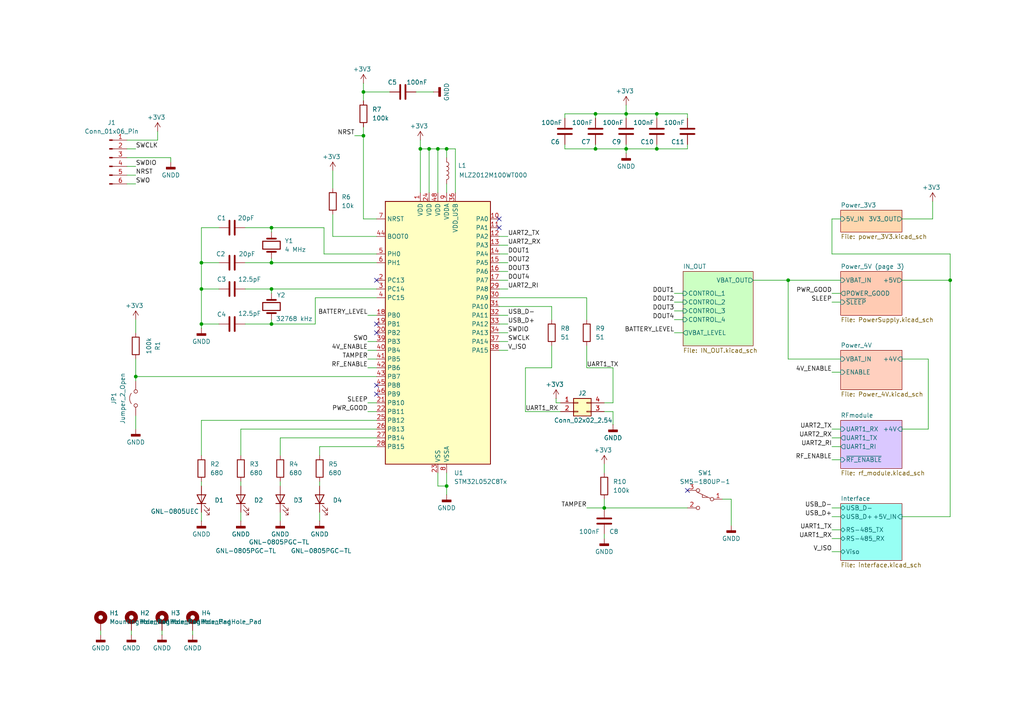
<source format=kicad_sch>
(kicad_sch (version 20250114) (generator "eeschema") (generator_version "9.0")
  (paper "A4")
  (lib_symbols
    (symbol "Connector:Conn_01x06_Pin" (pin_names (offset 1.016) (hide yes))
      (property "Reference" "J" (at 0 7.62 0))
      (property "Value" "Conn_01x06_Pin" (at 0 -10.16 0))
      (symbol "Conn_01x06_Pin_1_1"
        (rectangle (start 0.8636 5.207) (end 0 4.953) (stroke (width 0.1524)) (fill (type outline)))
        (rectangle (start 0.8636 2.667) (end 0 2.413) (stroke (width 0.1524)) (fill (type outline)))
        (rectangle (start 0.8636 0.127) (end 0 -0.127) (stroke (width 0.1524)) (fill (type outline)))
        (rectangle (start 0.8636 -2.413) (end 0 -2.667) (stroke (width 0.1524)) (fill (type outline)))
        (rectangle (start 0.8636 -4.953) (end 0 -5.207) (stroke (width 0.1524)) (fill (type outline)))
        (rectangle (start 0.8636 -7.493) (end 0 -7.747) (stroke (width 0.1524)) (fill (type outline)))
        (polyline (pts (xy 1.27 5.08) (xy 0.8636 5.08)) (stroke (width 0.1524)))
        (polyline (pts (xy 1.27 2.54) (xy 0.8636 2.54)) (stroke (width 0.1524)))
        (polyline (pts (xy 1.27 0) (xy 0.8636 0)) (stroke (width 0.1524)))
        (polyline (pts (xy 1.27 -2.54) (xy 0.8636 -2.54)) (stroke (width 0.1524)))
        (polyline (pts (xy 1.27 -5.08) (xy 0.8636 -5.08)) (stroke (width 0.1524)))
        (polyline (pts (xy 1.27 -7.62) (xy 0.8636 -7.62)) (stroke (width 0.1524)))
        (pin passive line (at 5.08 5.08 180) (length 3.81) (name "Pin_1") (number "1"))
        (pin passive line (at 5.08 2.54 180) (length 3.81) (name "Pin_2") (number "2"))
        (pin passive line (at 5.08 0 180) (length 3.81) (name "Pin_3") (number "3"))
        (pin passive line (at 5.08 -2.54 180) (length 3.81) (name "Pin_4") (number "4"))
        (pin passive line (at 5.08 -5.08 180) (length 3.81) (name "Pin_5") (number "5"))
        (pin passive line (at 5.08 -7.62 180) (length 3.81) (name "Pin_6") (number "6"))
      )
    )
    (symbol "Connector_Generic:Conn_02x02_Counter_Clockwise" (pin_names (offset 1.016) (hide yes))
      (property "Reference" "J" (at 1.27 2.54 0))
      (property "Value" "Conn_02x02_Counter_Clockwise" (at 1.27 -5.08 0))
      (symbol "Conn_02x02_Counter_Clockwise_1_1"
        (rectangle (start -1.27 1.27) (end 3.81 -3.81) (stroke (width 0.254)) (fill (type background)))
        (rectangle (start -1.27 0.127) (end 0 -0.127) (stroke (width 0.1524)))
        (rectangle (start -1.27 -2.413) (end 0 -2.667) (stroke (width 0.1524)))
        (rectangle (start 3.81 0.127) (end 2.54 -0.127) (stroke (width 0.1524)))
        (rectangle (start 3.81 -2.413) (end 2.54 -2.667) (stroke (width 0.1524)))
        (pin passive line (at -5.08 0 0) (length 3.81) (name "Pin_1") (number "1"))
        (pin passive line (at -5.08 -2.54 0) (length 3.81) (name "Pin_2") (number "2"))
        (pin passive line (at 7.62 0 180) (length 3.81) (name "Pin_4") (number "4"))
        (pin passive line (at 7.62 -2.54 180) (length 3.81) (name "Pin_3") (number "3"))
      )
    )
    (symbol "Device:C" (pin_numbers (hide yes)) (pin_names (offset 0.254))
      (property "Reference" "C" (at 0.635 2.54 0))
      (property "Value" "C" (at 0.635 -2.54 0))
      (symbol "C_0_1"
        (polyline (pts (xy -2.032 0.762) (xy 2.032 0.762)) (stroke (width 0.508)))
        (polyline (pts (xy -2.032 -0.762) (xy 2.032 -0.762)) (stroke (width 0.508)))
      )
      (symbol "C_1_1"
        (pin passive line (at 0 3.81 270) (length 2.794) (name "~") (number "1"))
        (pin passive line (at 0 -3.81 90) (length 2.794) (name "~") (number "2"))
      )
    )
    (symbol "Device:Crystal" (pin_numbers (hide yes)) (pin_names (offset 1.016) (hide yes))
      (property "Reference" "Y" (at 0 3.81 0))
      (property "Value" "Crystal" (at 0 -3.81 0))
      (symbol "Crystal_0_1"
        (polyline (pts (xy -2.54 0) (xy -1.905 0)))
        (polyline (pts (xy -1.905 -1.27) (xy -1.905 1.27)) (stroke (width 0.508)))
        (rectangle (start -1.143 2.54) (end 1.143 -2.54) (stroke (width 0.3048)))
        (polyline (pts (xy 1.905 -1.27) (xy 1.905 1.27)) (stroke (width 0.508)))
        (polyline (pts (xy 2.54 0) (xy 1.905 0)))
      )
      (symbol "Crystal_1_1"
        (pin passive line (at -3.81 0 0) (length 1.27) (name "1") (number "1"))
        (pin passive line (at 3.81 0 180) (length 1.27) (name "2") (number "2"))
      )
    )
    (symbol "Device:L" (pin_numbers (hide yes)) (pin_names (offset 1.016) (hide yes))
      (property "Reference" "L" (at -1.27 0 90))
      (property "Value" "L" (at 1.905 0 90))
      (symbol "L_0_1"
        (arc (start 0 2.54) (mid 0.6323 1.905) (end 0 1.27))
        (arc (start 0 1.27) (mid 0.6323 0.635) (end 0 0))
        (arc (start 0 0) (mid 0.6323 -0.635) (end 0 -1.27))
        (arc (start 0 -1.27) (mid 0.6323 -1.905) (end 0 -2.54))
      )
      (symbol "L_1_1"
        (pin passive line (at 0 3.81 270) (length 1.27) (name "1") (number "1"))
        (pin passive line (at 0 -3.81 90) (length 1.27) (name "2") (number "2"))
      )
    )
    (symbol "Device:LED" (pin_numbers (hide yes)) (pin_names (offset 1.016) (hide yes))
      (property "Reference" "D" (at 0 2.54 0))
      (property "Value" "LED" (at 0 -2.54 0))
      (symbol "LED_0_1"
        (polyline (pts (xy -3.048 -0.762) (xy -4.572 -2.286) (xy -3.81 -2.286) (xy -4.572 -2.286) (xy -4.572 -1.524)))
        (polyline (pts (xy -1.778 -0.762) (xy -3.302 -2.286) (xy -2.54 -2.286) (xy -3.302 -2.286) (xy -3.302 -1.524)))
        (polyline (pts (xy -1.27 0) (xy 1.27 0)))
        (polyline (pts (xy -1.27 -1.27) (xy -1.27 1.27)) (stroke (width 0.254)))
        (polyline (pts (xy 1.27 -1.27) (xy 1.27 1.27) (xy -1.27 0) (xy 1.27 -1.27)) (stroke (width 0.254)))
      )
      (symbol "LED_1_1"
        (pin passive line (at -3.81 0 0) (length 2.54) (name "K") (number "1"))
        (pin passive line (at 3.81 0 180) (length 2.54) (name "A") (number "2"))
      )
    )
    (symbol "Device:R" (pin_numbers (hide yes)) (pin_names (offset 0))
      (property "Reference" "R" (at 2.032 0 90))
      (property "Value" "R" (at 0 0 90))
      (symbol "R_0_1"
        (rectangle (start -1.016 -2.54) (end 1.016 2.54) (stroke (width 0.254)))
      )
      (symbol "R_1_1"
        (pin passive line (at 0 3.81 270) (length 1.27) (name "~") (number "1"))
        (pin passive line (at 0 -3.81 90) (length 1.27) (name "~") (number "2"))
      )
    )
    (symbol "Jumper:Jumper_2_Open" (pin_numbers (hide yes)) (pin_names (offset 0) (hide yes)) (exclude_from_sim yes)
      (property "Reference" "JP" (at 0 2.794 0))
      (property "Value" "Jumper_2_Open" (at 0 -2.286 0))
      (symbol "Jumper_2_Open_0_0"
        (circle (center -2.032 0) (radius 0.508))
        (circle (center 2.032 0) (radius 0.508))
      )
      (symbol "Jumper_2_Open_0_1"
        (arc (start -1.524 1.27) (mid 0 1.778) (end 1.524 1.27))
      )
      (symbol "Jumper_2_Open_1_1"
        (pin passive line (at -5.08 0 0) (length 2.54) (name "A") (number "1"))
        (pin passive line (at 5.08 0 180) (length 2.54) (name "B") (number "2"))
      )
    )
    (symbol "MCU_ST_STM32L0:STM32L052C8Tx"
      (property "Reference" "U" (at -15.24 39.37 0))
      (property "Value" "STM32L052C8Tx" (at 7.62 39.37 0))
      (symbol "STM32L052C8Tx_0_1"
        (rectangle (start -15.24 -38.1) (end 15.24 38.1) (stroke (width 0.254)) (fill (type background)))
      )
      (symbol "STM32L052C8Tx_1_1"
        (pin input line (at -17.78 33.02 0) (length 2.54) (name "NRST") (number "7"))
        (pin input line (at -17.78 27.94 0) (length 2.54) (name "BOOT0") (number "44"))
        (pin bidirectional line (at -17.78 22.86 0) (length 2.54) (name "PH0") (number "5"))
        (pin bidirectional line (at -17.78 20.32 0) (length 2.54) (name "PH1") (number "6"))
        (pin bidirectional line (at -17.78 15.24 0) (length 2.54) (name "PC13") (number "2"))
        (pin bidirectional line (at -17.78 12.7 0) (length 2.54) (name "PC14") (number "3"))
        (pin bidirectional line (at -17.78 10.16 0) (length 2.54) (name "PC15") (number "4"))
        (pin bidirectional line (at -17.78 5.08 0) (length 2.54) (name "PB0") (number "18"))
        (pin bidirectional line (at -17.78 2.54 0) (length 2.54) (name "PB1") (number "19"))
        (pin bidirectional line (at -17.78 0 0) (length 2.54) (name "PB2") (number "20"))
        (pin bidirectional line (at -17.78 -2.54 0) (length 2.54) (name "PB3") (number "39"))
        (pin bidirectional line (at -17.78 -5.08 0) (length 2.54) (name "PB4") (number "40"))
        (pin bidirectional line (at -17.78 -7.62 0) (length 2.54) (name "PB5") (number "41"))
        (pin bidirectional line (at -17.78 -10.16 0) (length 2.54) (name "PB6") (number "42"))
        (pin bidirectional line (at -17.78 -12.7 0) (length 2.54) (name "PB7") (number "43"))
        (pin bidirectional line (at -17.78 -15.24 0) (length 2.54) (name "PB8") (number "45"))
        (pin bidirectional line (at -17.78 -17.78 0) (length 2.54) (name "PB9") (number "46"))
        (pin bidirectional line (at -17.78 -20.32 0) (length 2.54) (name "PB10") (number "21"))
        (pin bidirectional line (at -17.78 -22.86 0) (length 2.54) (name "PB11") (number "22"))
        (pin bidirectional line (at -17.78 -25.4 0) (length 2.54) (name "PB12") (number "25"))
        (pin bidirectional line (at -17.78 -27.94 0) (length 2.54) (name "PB13") (number "26"))
        (pin bidirectional line (at -17.78 -30.48 0) (length 2.54) (name "PB14") (number "27"))
        (pin bidirectional line (at -17.78 -33.02 0) (length 2.54) (name "PB15") (number "28"))
        (pin power_in line (at -5.08 40.64 270) (length 2.54) (name "VDD") (number "1"))
        (pin power_in line (at -2.54 40.64 270) (length 2.54) (name "VDD") (number "24"))
        (pin power_in line (at 0 40.64 270) (length 2.54) (name "VDD") (number "48"))
        (pin power_in line (at 0 -40.64 90) (length 2.54) (name "VSS") (number "23"))
        (pin passive line (at 0 -40.64 90) (length 2.54) (hide yes) (name "VSS") (number "35"))
        (pin passive line (at 0 -40.64 90) (length 2.54) (hide yes) (name "VSS") (number "47"))
        (pin power_in line (at 2.54 40.64 270) (length 2.54) (name "VDDA") (number "9"))
        (pin power_in line (at 2.54 -40.64 90) (length 2.54) (name "VSSA") (number "8"))
        (pin power_in line (at 5.08 40.64 270) (length 2.54) (name "VDD_USB") (number "36"))
        (pin bidirectional line (at 17.78 33.02 180) (length 2.54) (name "PA0") (number "10"))
        (pin bidirectional line (at 17.78 30.48 180) (length 2.54) (name "PA1") (number "11"))
        (pin bidirectional line (at 17.78 27.94 180) (length 2.54) (name "PA2") (number "12"))
        (pin bidirectional line (at 17.78 25.4 180) (length 2.54) (name "PA3") (number "13"))
        (pin bidirectional line (at 17.78 22.86 180) (length 2.54) (name "PA4") (number "14"))
        (pin bidirectional line (at 17.78 20.32 180) (length 2.54) (name "PA5") (number "15"))
        (pin bidirectional line (at 17.78 17.78 180) (length 2.54) (name "PA6") (number "16"))
        (pin bidirectional line (at 17.78 15.24 180) (length 2.54) (name "PA7") (number "17"))
        (pin bidirectional line (at 17.78 12.7 180) (length 2.54) (name "PA8") (number "29"))
        (pin bidirectional line (at 17.78 10.16 180) (length 2.54) (name "PA9") (number "30"))
        (pin bidirectional line (at 17.78 7.62 180) (length 2.54) (name "PA10") (number "31"))
        (pin bidirectional line (at 17.78 5.08 180) (length 2.54) (name "PA11") (number "32"))
        (pin bidirectional line (at 17.78 2.54 180) (length 2.54) (name "PA12") (number "33"))
        (pin bidirectional line (at 17.78 0 180) (length 2.54) (name "PA13") (number "34"))
        (pin bidirectional line (at 17.78 -2.54 180) (length 2.54) (name "PA14") (number "37"))
        (pin bidirectional line (at 17.78 -5.08 180) (length 2.54) (name "PA15") (number "38"))
      )
    )
    (symbol "Mechanical:MountingHole_Pad" (pin_numbers (hide yes)) (pin_names (offset 1.016) (hide yes)) (exclude_from_sim yes) (in_bom no)
      (property "Reference" "H" (at 0 6.35 0))
      (property "Value" "MountingHole_Pad" (at 0 4.445 0))
      (symbol "MountingHole_Pad_0_1"
        (circle (center 0 1.27) (radius 1.27) (stroke (width 1.27)))
      )
      (symbol "MountingHole_Pad_1_1"
        (pin input line (at 0 -2.54 90) (length 2.54) (name "1") (number "1"))
      )
    )
    (symbol "power:+3.3V" (power) (pin_numbers (hide yes)) (pin_names (offset 0) (hide yes))
      (property "Value" "+3.3V" (at 0 3.556 0))
      (symbol "+3.3V_0_1"
        (polyline (pts (xy -0.762 1.27) (xy 0 2.54)))
        (polyline (pts (xy 0 2.54) (xy 0.762 1.27)))
        (polyline (pts (xy 0 0) (xy 0 2.54)))
      )
      (symbol "+3.3V_1_1"
        (pin power_in line (at 0 0 90) (length 0) (name "~") (number "1"))
      )
    )
    (symbol "power:GNDD" (power) (pin_numbers (hide yes)) (pin_names (offset 0) (hide yes))
      (property "Value" "GNDD" (at 0 -3.175 0))
      (symbol "GNDD_0_1"
        (rectangle (start -1.27 -1.524) (end 1.27 -2.032) (stroke (width 0.254)) (fill (type outline)))
        (polyline (pts (xy 0 0) (xy 0 -1.524)))
      )
      (symbol "GNDD_1_1"
        (pin power_in line (at 0 0 270) (length 0) (name "~") (number "1"))
      )
    )
    (symbol "symbols:SW_SPDT_XKB_SMx-xxxx-1" (pin_names (offset 0) (hide yes))
      (property "Reference" "SW" (at 0 4.318 0))
      (property "Value" "SW_SPDT_XKB_SMx-xxxx-1" (at 0 -5.588 0))
      (symbol "SW_SPDT_XKB_SMx-xxxx-1_1_1"
        (circle (center -2.032 0) (radius 0.508))
        (polyline (pts (xy -1.524 0.254) (xy 2.286 2.032)))
        (polyline (pts (xy -0.762 0.508) (xy 0.762 0.508) (xy 0.762 1.27)))
        (circle (center 2.032 2.54) (radius 0.508))
        (circle (center 2.032 -2.54) (radius 0.508))
        (pin passive line (at -5.08 0 0) (length 2.54) (name "A") (number "1"))
        (pin passive line (at 5.08 2.54 180) (length 2.54) (name "C") (number "3"))
        (pin passive line (at 5.08 -2.54 180) (length 2.54) (name "B") (number "2"))
      )
    )
  )
  (junction (at 275.59 81.28))
  (junction (at 58.42 76.2))
  (junction (at 228.6 81.28))
  (junction (at 78.74 76.2))
  (junction (at 175.26 147.32))
  (junction (at 78.74 66.04))
  (junction (at 105.41 39.37))
  (junction (at 129.54 43.18))
  (junction (at 58.42 83.82))
  (junction (at 105.41 26.67))
  (junction (at 129.54 140.97))
  (junction (at 181.61 33.02))
  (junction (at 172.72 43.18))
  (junction (at 58.42 93.98))
  (junction (at 39.37 109.22))
  (junction (at 172.72 33.02))
  (junction (at 190.5 43.18))
  (junction (at 181.61 43.18))
  (junction (at 190.5 33.02))
  (junction (at 78.74 93.98))
  (junction (at 121.92 43.18))
  (junction (at 127 43.18))
  (junction (at 124.46 43.18))
  (junction (at 78.74 83.82))
  (no_connect (at 109.22 111.76))
  (no_connect (at 144.78 63.5))
  (no_connect (at 109.22 93.98))
  (no_connect (at 109.22 114.3))
  (no_connect (at 144.78 66.04))
  (no_connect (at 199.39 142.24))
  (no_connect (at 109.22 81.28))
  (no_connect (at 109.22 96.52))
  (wire (pts (xy 195.58 90.17) (xy 198.12 90.17)))
  (wire (pts (xy 172.72 33.02) (xy 172.72 34.29)))
  (wire (pts (xy 228.6 81.28) (xy 228.6 104.14)))
  (wire (pts (xy 241.3 87.63) (xy 243.84 87.63)))
  (wire (pts (xy 129.54 43.18) (xy 127 43.18)))
  (wire (pts (xy 144.78 96.52) (xy 147.32 96.52)))
  (wire (pts (xy 172.72 41.91) (xy 172.72 43.18)))
  (wire (pts (xy 152.4 106.68) (xy 152.4 119.38)))
  (wire (pts (xy 129.54 43.18) (xy 129.54 45.72)))
  (wire (pts (xy 209.55 144.78) (xy 212.09 144.78)))
  (wire (pts (xy 71.12 83.82) (xy 78.74 83.82)))
  (wire (pts (xy 121.92 43.18) (xy 124.46 43.18)))
  (wire (pts (xy 241.3 129.54) (xy 243.84 129.54)))
  (wire (pts (xy 132.08 55.88) (xy 132.08 43.18)))
  (wire (pts (xy 58.42 76.2) (xy 63.5 76.2)))
  (wire (pts (xy 71.12 66.04) (xy 78.74 66.04)))
  (wire (pts (xy 69.85 139.7) (xy 69.85 140.97)))
  (wire (pts (xy 81.28 127) (xy 109.22 127)))
  (wire (pts (xy 121.92 40.64) (xy 121.92 43.18)))
  (wire (pts (xy 78.74 92.71) (xy 78.74 93.98)))
  (wire (pts (xy 92.71 139.7) (xy 92.71 140.97)))
  (wire (pts (xy 78.74 83.82) (xy 78.74 85.09)))
  (wire (pts (xy 58.42 66.04) (xy 58.42 76.2)))
  (wire (pts (xy 161.29 115.57) (xy 161.29 116.84)))
  (wire (pts (xy 241.3 133.35) (xy 243.84 133.35)))
  (wire (pts (xy 58.42 93.98) (xy 58.42 95.25)))
  (wire (pts (xy 105.41 26.67) (xy 105.41 29.21)))
  (wire (pts (xy 144.78 76.2) (xy 147.32 76.2)))
  (wire (pts (xy 181.61 33.02) (xy 190.5 33.02)))
  (wire (pts (xy 39.37 109.22) (xy 109.22 109.22)))
  (wire (pts (xy 241.3 73.66) (xy 275.59 73.66)))
  (wire (pts (xy 160.02 106.68) (xy 160.02 100.33)))
  (wire (pts (xy 105.41 24.13) (xy 105.41 26.67)))
  (wire (pts (xy 58.42 83.82) (xy 58.42 93.98)))
  (wire (pts (xy 175.26 147.32) (xy 199.39 147.32)))
  (wire (pts (xy 106.68 101.6) (xy 109.22 101.6)))
  (wire (pts (xy 181.61 43.18) (xy 190.5 43.18)))
  (wire (pts (xy 163.83 34.29) (xy 163.83 33.02)))
  (wire (pts (xy 195.58 85.09) (xy 198.12 85.09)))
  (wire (pts (xy 241.3 160.02) (xy 243.84 160.02)))
  (wire (pts (xy 181.61 41.91) (xy 181.61 43.18)))
  (wire (pts (xy 36.83 48.26) (xy 39.37 48.26)))
  (wire (pts (xy 55.88 182.88) (xy 55.88 184.15)))
  (wire (pts (xy 105.41 63.5) (xy 109.22 63.5)))
  (wire (pts (xy 58.42 93.98) (xy 63.5 93.98)))
  (wire (pts (xy 58.42 121.92) (xy 109.22 121.92)))
  (wire (pts (xy 109.22 106.68) (xy 106.68 106.68)))
  (wire (pts (xy 39.37 109.22) (xy 39.37 110.49)))
  (wire (pts (xy 78.74 93.98) (xy 91.44 93.98)))
  (wire (pts (xy 71.12 76.2) (xy 78.74 76.2)))
  (wire (pts (xy 144.78 99.06) (xy 147.32 99.06)))
  (wire (pts (xy 105.41 39.37) (xy 105.41 63.5)))
  (wire (pts (xy 175.26 154.94) (xy 175.26 156.21)))
  (wire (pts (xy 120.65 26.67) (xy 125.73 26.67)))
  (wire (pts (xy 39.37 92.71) (xy 39.37 96.52)))
  (wire (pts (xy 243.84 147.32) (xy 241.3 147.32)))
  (wire (pts (xy 36.83 53.34) (xy 39.37 53.34)))
  (wire (pts (xy 172.72 33.02) (xy 181.61 33.02)))
  (wire (pts (xy 261.62 104.14) (xy 269.24 104.14)))
  (wire (pts (xy 106.68 116.84) (xy 109.22 116.84)))
  (wire (pts (xy 91.44 93.98) (xy 91.44 86.36)))
  (wire (pts (xy 58.42 139.7) (xy 58.42 140.97)))
  (wire (pts (xy 71.12 93.98) (xy 78.74 93.98)))
  (wire (pts (xy 106.68 119.38) (xy 109.22 119.38)))
  (wire (pts (xy 261.62 81.28) (xy 275.59 81.28)))
  (wire (pts (xy 49.53 45.72) (xy 49.53 46.99)))
  (wire (pts (xy 160.02 88.9) (xy 144.78 88.9)))
  (wire (pts (xy 218.44 81.28) (xy 228.6 81.28)))
  (wire (pts (xy 269.24 104.14) (xy 269.24 124.46)))
  (wire (pts (xy 144.78 91.44) (xy 147.32 91.44)))
  (wire (pts (xy 58.42 132.08) (xy 58.42 121.92)))
  (wire (pts (xy 58.42 83.82) (xy 63.5 83.82)))
  (wire (pts (xy 170.18 147.32) (xy 175.26 147.32)))
  (wire (pts (xy 144.78 78.74) (xy 147.32 78.74)))
  (wire (pts (xy 96.52 49.53) (xy 96.52 54.61)))
  (wire (pts (xy 132.08 43.18) (xy 129.54 43.18)))
  (wire (pts (xy 181.61 43.18) (xy 181.61 44.45)))
  (wire (pts (xy 241.3 63.5) (xy 241.3 73.66)))
  (wire (pts (xy 29.21 182.88) (xy 29.21 184.15)))
  (wire (pts (xy 241.3 107.95) (xy 243.84 107.95)))
  (wire (pts (xy 92.71 148.59) (xy 92.71 151.13)))
  (wire (pts (xy 69.85 148.59) (xy 69.85 151.13)))
  (wire (pts (xy 243.84 127) (xy 241.3 127)))
  (wire (pts (xy 127 55.88) (xy 127 43.18)))
  (wire (pts (xy 261.62 124.46) (xy 269.24 124.46)))
  (wire (pts (xy 92.71 129.54) (xy 109.22 129.54)))
  (wire (pts (xy 243.84 104.14) (xy 228.6 104.14)))
  (wire (pts (xy 243.84 149.86) (xy 241.3 149.86)))
  (wire (pts (xy 121.92 43.18) (xy 121.92 55.88)))
  (wire (pts (xy 175.26 134.62) (xy 175.26 137.16)))
  (wire (pts (xy 261.62 63.5) (xy 270.51 63.5)))
  (wire (pts (xy 177.8 119.38) (xy 177.8 123.19)))
  (wire (pts (xy 91.44 86.36) (xy 109.22 86.36)))
  (wire (pts (xy 144.78 83.82) (xy 147.32 83.82)))
  (wire (pts (xy 243.84 63.5) (xy 241.3 63.5)))
  (wire (pts (xy 69.85 132.08) (xy 69.85 124.46)))
  (wire (pts (xy 39.37 120.65) (xy 39.37 124.46)))
  (wire (pts (xy 127 140.97) (xy 129.54 140.97)))
  (wire (pts (xy 190.5 33.02) (xy 199.39 33.02)))
  (wire (pts (xy 78.74 66.04) (xy 93.98 66.04)))
  (wire (pts (xy 228.6 81.28) (xy 243.84 81.28)))
  (wire (pts (xy 36.83 50.8) (xy 39.37 50.8)))
  (wire (pts (xy 124.46 43.18) (xy 124.46 55.88)))
  (wire (pts (xy 170.18 92.71) (xy 170.18 86.36)))
  (wire (pts (xy 163.83 33.02) (xy 172.72 33.02)))
  (wire (pts (xy 78.74 83.82) (xy 109.22 83.82)))
  (wire (pts (xy 275.59 149.86) (xy 261.62 149.86)))
  (wire (pts (xy 163.83 43.18) (xy 172.72 43.18)))
  (wire (pts (xy 152.4 119.38) (xy 162.56 119.38)))
  (wire (pts (xy 190.5 33.02) (xy 190.5 34.29)))
  (wire (pts (xy 81.28 132.08) (xy 81.28 127)))
  (wire (pts (xy 36.83 43.18) (xy 39.37 43.18)))
  (wire (pts (xy 195.58 87.63) (xy 198.12 87.63)))
  (wire (pts (xy 241.3 153.67) (xy 243.84 153.67)))
  (wire (pts (xy 199.39 34.29) (xy 199.39 33.02)))
  (wire (pts (xy 127 43.18) (xy 124.46 43.18)))
  (wire (pts (xy 181.61 33.02) (xy 181.61 34.29)))
  (wire (pts (xy 78.74 67.31) (xy 78.74 66.04)))
  (wire (pts (xy 241.3 156.21) (xy 243.84 156.21)))
  (wire (pts (xy 199.39 41.91) (xy 199.39 43.18)))
  (wire (pts (xy 195.58 96.52) (xy 198.12 96.52)))
  (wire (pts (xy 144.78 68.58) (xy 147.32 68.58)))
  (wire (pts (xy 106.68 104.14) (xy 109.22 104.14)))
  (wire (pts (xy 161.29 116.84) (xy 162.56 116.84)))
  (wire (pts (xy 243.84 124.46) (xy 241.3 124.46)))
  (wire (pts (xy 190.5 41.91) (xy 190.5 43.18)))
  (wire (pts (xy 113.03 26.67) (xy 105.41 26.67)))
  (wire (pts (xy 129.54 53.34) (xy 129.54 55.88)))
  (wire (pts (xy 144.78 73.66) (xy 147.32 73.66)))
  (wire (pts (xy 92.71 132.08) (xy 92.71 129.54)))
  (wire (pts (xy 93.98 73.66) (xy 109.22 73.66)))
  (wire (pts (xy 144.78 71.12) (xy 147.32 71.12)))
  (wire (pts (xy 144.78 86.36) (xy 170.18 86.36)))
  (wire (pts (xy 160.02 92.71) (xy 160.02 88.9)))
  (wire (pts (xy 172.72 43.18) (xy 181.61 43.18)))
  (wire (pts (xy 58.42 148.59) (xy 58.42 151.13)))
  (wire (pts (xy 36.83 45.72) (xy 49.53 45.72)))
  (wire (pts (xy 38.1 182.88) (xy 38.1 184.15)))
  (wire (pts (xy 81.28 148.59) (xy 81.28 151.13)))
  (wire (pts (xy 175.26 144.78) (xy 175.26 147.32)))
  (wire (pts (xy 93.98 66.04) (xy 93.98 73.66)))
  (wire (pts (xy 170.18 106.68) (xy 177.8 106.68)))
  (wire (pts (xy 170.18 100.33) (xy 170.18 106.68)))
  (wire (pts (xy 78.74 76.2) (xy 109.22 76.2)))
  (wire (pts (xy 109.22 68.58) (xy 96.52 68.58)))
  (wire (pts (xy 109.22 91.44) (xy 106.68 91.44)))
  (wire (pts (xy 152.4 106.68) (xy 160.02 106.68)))
  (wire (pts (xy 39.37 104.14) (xy 39.37 109.22)))
  (wire (pts (xy 109.22 99.06) (xy 106.68 99.06)))
  (wire (pts (xy 144.78 101.6) (xy 147.32 101.6)))
  (wire (pts (xy 46.99 182.88) (xy 46.99 184.15)))
  (wire (pts (xy 96.52 68.58) (xy 96.52 62.23)))
  (wire (pts (xy 177.8 116.84) (xy 175.26 116.84)))
  (wire (pts (xy 129.54 140.97) (xy 129.54 137.16)))
  (wire (pts (xy 58.42 76.2) (xy 58.42 83.82)))
  (wire (pts (xy 78.74 74.93) (xy 78.74 76.2)))
  (wire (pts (xy 241.3 85.09) (xy 243.84 85.09)))
  (wire (pts (xy 270.51 58.42) (xy 270.51 63.5)))
  (wire (pts (xy 195.58 92.71) (xy 198.12 92.71)))
  (wire (pts (xy 105.41 36.83) (xy 105.41 39.37)))
  (wire (pts (xy 144.78 81.28) (xy 147.32 81.28)))
  (wire (pts (xy 129.54 143.51) (xy 129.54 140.97)))
  (wire (pts (xy 181.61 30.48) (xy 181.61 33.02)))
  (wire (pts (xy 102.87 39.37) (xy 105.41 39.37)))
  (wire (pts (xy 275.59 73.66) (xy 275.59 81.28)))
  (wire (pts (xy 36.83 40.64) (xy 45.72 40.64)))
  (wire (pts (xy 177.8 106.68) (xy 177.8 116.84)))
  (wire (pts (xy 127 137.16) (xy 127 140.97)))
  (wire (pts (xy 63.5 66.04) (xy 58.42 66.04)))
  (wire (pts (xy 69.85 124.46) (xy 109.22 124.46)))
  (wire (pts (xy 163.83 41.91) (xy 163.83 43.18)))
  (wire (pts (xy 212.09 144.78) (xy 212.09 152.4)))
  (wire (pts (xy 144.78 93.98) (xy 147.32 93.98)))
  (wire (pts (xy 275.59 81.28) (xy 275.59 149.86)))
  (wire (pts (xy 175.26 119.38) (xy 177.8 119.38)))
  (wire (pts (xy 81.28 139.7) (xy 81.28 140.97)))
  (wire (pts (xy 45.72 40.64) (xy 45.72 38.1)))
  (wire (pts (xy 190.5 43.18) (xy 199.39 43.18)))
  (label "UART1_TX" (at 170.18 106.68 0))
  (label "DOUT1" (at 195.58 85.09 180))
  (label "DOUT3" (at 147.32 78.74 0))
  (label "SWDIO" (at 39.37 48.26 0))
  (label "DOUT4" (at 147.32 81.28 0))
  (label "UART2_RI" (at 147.32 83.82 0))
  (label "4V_ENABLE" (at 241.3 107.95 180))
  (label "USB_D+" (at 147.32 93.98 0))
  (label "SWCLK" (at 39.37 43.18 0))
  (label "USB_D-" (at 241.3 147.32 180))
  (label "SLEEP" (at 106.68 116.84 180))
  (label "TAMPER" (at 170.18 147.32 180))
  (label "UART2_TX" (at 241.3 124.46 180))
  (label "UART2_RI" (at 241.3 129.54 180))
  (label "DOUT4" (at 195.58 92.71 180))
  (label "V_ISO" (at 241.3 160.02 180))
  (label "USB_D+" (at 241.3 149.86 180))
  (label "SLEEP" (at 241.3 87.63 180))
  (label "NRST" (at 39.37 50.8 0))
  (label "UART2_RX" (at 147.32 71.12 0))
  (label "4V_ENABLE" (at 106.68 101.6 180))
  (label "SWCLK" (at 147.32 99.06 0))
  (label "V_ISO" (at 147.32 101.6 0))
  (label "USB_D-" (at 147.32 91.44 0))
  (label "UART1_RX" (at 152.4 119.38 0))
  (label "UART2_TX" (at 147.32 68.58 0))
  (label "PWR_GOOD" (at 106.68 119.38 180))
  (label "RF_ENABLE" (at 106.68 106.68 180))
  (label "RF_ENABLE" (at 241.3 133.35 180))
  (label "BATTERY_LEVEL" (at 106.68 91.44 180))
  (label "TAMPER" (at 106.68 104.14 180))
  (label "UART1_RX" (at 241.3 156.21 180))
  (label "DOUT2" (at 195.58 87.63 180))
  (label "SWDIO" (at 147.32 96.52 0))
  (label "SWO" (at 106.68 99.06 180))
  (label "DOUT2" (at 147.32 76.2 0))
  (label "PWR_GOOD" (at 241.3 85.09 180))
  (label "UART1_TX" (at 241.3 153.67 180))
  (label "SWO" (at 39.37 53.34 0))
  (label "BATTERY_LEVEL" (at 195.58 96.52 180))
  (label "UART2_RX" (at 241.3 127 180))
  (label "DOUT3" (at 195.58 90.17 180))
  (label "DOUT1" (at 147.32 73.66 0))
  (label "NRST" (at 102.87 39.37 180))
  (symbol (lib_id "power:GNDD") (at 129.54 143.51 0) (unit 1)
    (property "Reference" "#PWR018" (effects (hide yes)))
    (property "Value" "GNDD" (at 129.54 147.32 0))
    (property "Description" "Power symbol creates a global label with name \"GNDD\" , digital ground" (effects (hide yes)))
  )
  (symbol (lib_id "Device:R") (at 92.71 135.89 0) (unit 1)
    (property "Reference" "R5" (at 95.25 134.6199 0) (effects (justify left)))
    (property "Value" "680" (at 95.25 137.1599 0) (effects (justify left)))
    (property "Footprint" "Resistor_SMD:R_0805_2012Metric_Pad1.20x1.40mm_HandSolder" (effects (hide yes)))
    (property "Description" "Resistor" (effects (hide yes)))
  )
  (symbol (lib_id "power:GNDD") (at 58.42 95.25 0) (unit 1)
    (property "Reference" "#PWR09" (effects (hide yes)))
    (property "Value" "GNDD" (at 58.42 99.06 0))
    (property "Description" "Power symbol creates a global label with name \"GNDD\" , digital ground" (effects (hide yes)))
  )
  (symbol (lib_id "power:GNDD") (at 81.28 151.13 0) (unit 1)
    (property "Reference" "#PWR012" (effects (hide yes)))
    (property "Value" "GNDD" (at 81.28 154.94 0))
    (property "Description" "Power symbol creates a global label with name \"GNDD\" , digital ground" (effects (hide yes)))
  )
  (symbol (lib_id "power:GNDD") (at 46.99 184.15 0) (unit 1)
    (property "Reference" "#PWR06" (effects (hide yes)))
    (property "Value" "GNDD" (at 46.99 187.96 0))
    (property "Description" "Power symbol creates a global label with name \"GNDD\" , digital ground" (effects (hide yes)))
  )
  (symbol (lib_id "power:GNDD") (at 29.21 184.15 0) (unit 1)
    (property "Reference" "#PWR01" (effects (hide yes)))
    (property "Value" "GNDD" (at 29.21 187.96 0))
    (property "Description" "Power symbol creates a global label with name \"GNDD\" , digital ground" (effects (hide yes)))
  )
  (symbol (lib_id "Device:C") (at 172.72 38.1 180) (unit 1)
    (property "Reference" "C7" (at 169.926 41.148 0))
    (property "Value" "100nF" (at 168.91 35.56 0))
    (property "Footprint" "Capacitor_SMD:C_0805_2012Metric_Pad1.18x1.45mm_HandSolder" (effects (hide yes)))
    (property "Description" "Unpolarized capacitor" (effects (hide yes)))
  )
  (symbol (lib_id "Mechanical:MountingHole_Pad") (at 46.99 180.34 0) (unit 1) (exclude_from_sim yes) (in_bom no)
    (property "Reference" "H3" (at 49.53 177.7999 0) (effects (justify left)))
    (property "Value" "MountingHole_Pad" (at 49.53 180.3399 0) (effects (justify left)))
    (property "Footprint" "MountingHole:MountingHole_4.3mm_M4_DIN965_Pad" (effects (hide yes)))
    (property "Description" "Mounting Hole with connection" (effects (hide yes)))
  )
  (symbol (lib_id "Device:Crystal") (at 78.74 71.12 90) (unit 1)
    (property "Reference" "Y1" (at 82.55 69.8499 90) (effects (justify right)))
    (property "Value" "4 MHz" (at 82.55 72.3899 90) (effects (justify right)))
    (property "Footprint" "Crystal:Crystal_HC49-4H_Vertical" (effects (hide yes)))
    (property "Description" "Two pin crystal" (effects (hide yes)))
  )
  (symbol (lib_id "power:+3.3V") (at 105.41 24.13 0) (unit 1)
    (property "Reference" "#PWR015" (effects (hide yes)))
    (property "Value" "+3V3" (at 102.362 20.066 0) (effects (justify left)))
    (property "Description" "Power symbol creates a global label with name \"+3.3V\"" (effects (hide yes)))
  )
  (symbol (lib_id "power:+3.3V") (at 181.61 30.48 0) (unit 1)
    (property "Reference" "#PWR023" (effects (hide yes)))
    (property "Value" "+3V3" (at 178.562 26.416 0) (effects (justify left)))
    (property "Description" "Power symbol creates a global label with name \"+3.3V\"" (effects (hide yes)))
  )
  (symbol (lib_id "Device:R") (at 96.52 58.42 0) (unit 1)
    (property "Reference" "R6" (at 99.06 57.1499 0) (effects (justify left)))
    (property "Value" "10k" (at 99.06 59.6899 0) (effects (justify left)))
    (property "Footprint" "Resistor_SMD:R_0805_2012Metric_Pad1.20x1.40mm_HandSolder" (effects (hide yes)))
    (property "Description" "Resistor" (effects (hide yes)))
  )
  (symbol (lib_id "power:GNDD") (at 125.73 26.67 90) (unit 1)
    (property "Reference" "#PWR017" (effects (hide yes)))
    (property "Value" "GNDD" (at 129.54 26.67 0))
    (property "Description" "Power symbol creates a global label with name \"GNDD\" , digital ground" (effects (hide yes)))
  )
  (symbol (lib_id "Device:LED") (at 92.71 144.78 90) (unit 1)
    (property "Reference" "D4" (at 96.52 145.0974 90) (effects (justify right)))
    (property "Value" "GNL-0805PGC-TL" (at 84.328 159.766 90) (effects (justify right)))
    (property "Footprint" "LED_SMD:LED_0805_2012Metric_Pad1.15x1.40mm_HandSolder" (effects (hide yes)))
    (property "Description" "Light emitting diode" (effects (hide yes)))
    (property "Sim.Pins" "1=K 2=A" (effects (hide yes)))
  )
  (symbol (lib_id "Device:C") (at 67.31 66.04 90) (unit 1)
    (property "Reference" "C1" (at 64.262 63.246 90))
    (property "Value" "20pF" (at 71.374 63.246 90))
    (property "Footprint" "Capacitor_SMD:C_0805_2012Metric_Pad1.18x1.45mm_HandSolder" (effects (hide yes)))
    (property "Description" "Unpolarized capacitor" (effects (hide yes)))
  )
  (symbol (lib_id "Device:R") (at 69.85 135.89 0) (unit 1)
    (property "Reference" "R3" (at 72.39 134.6199 0) (effects (justify left)))
    (property "Value" "680" (at 72.39 137.1599 0) (effects (justify left)))
    (property "Footprint" "Resistor_SMD:R_0805_2012Metric_Pad1.20x1.40mm_HandSolder" (effects (hide yes)))
    (property "Description" "Resistor" (effects (hide yes)))
  )
  (symbol (lib_id "Device:C") (at 67.31 93.98 90) (unit 1)
    (property "Reference" "C4" (at 64.262 91.186 90))
    (property "Value" "12.5pF" (at 72.39 90.932 90))
    (property "Footprint" "Capacitor_SMD:C_0805_2012Metric_Pad1.18x1.45mm_HandSolder" (effects (hide yes)))
    (property "Description" "Unpolarized capacitor" (effects (hide yes)))
  )
  (symbol (lib_id "power:GNDD") (at 177.8 123.19 0) (unit 1)
    (property "Reference" "#PWR022" (effects (hide yes)))
    (property "Value" "GNDD" (at 177.8 127 0))
    (property "Description" "Power symbol creates a global label with name \"GNDD\" , digital ground" (effects (hide yes)))
  )
  (symbol (lib_id "power:GNDD") (at 175.26 156.21 0) (mirror y) (unit 1)
    (property "Reference" "#PWR021" (effects (hide yes)))
    (property "Value" "GNDD" (at 175.26 160.02 0))
    (property "Description" "Power symbol creates a global label with name \"GNDD\" , digital ground" (effects (hide yes)))
  )
  (symbol (lib_id "power:+3.3V") (at 121.92 40.64 0) (unit 1)
    (property "Reference" "#PWR016" (effects (hide yes)))
    (property "Value" "+3V3" (at 118.872 36.576 0) (effects (justify left)))
    (property "Description" "Power symbol creates a global label with name \"+3.3V\"" (effects (hide yes)))
  )
  (symbol (lib_id "Jumper:Jumper_2_Open") (at 39.37 115.57 90) (unit 1) (exclude_from_sim yes)
    (property "Reference" "JP1" (at 33.02 115.57 0))
    (property "Value" "Jumper_2_Open" (at 35.56 115.57 0))
    (property "Footprint" "TestPoint:TestPoint_2Pads_Pitch2.54mm_Drill0.8mm" (effects (hide yes)))
    (property "Description" "Jumper, 2-pole, open" (effects (hide yes)))
  )
  (symbol (lib_id "Mechanical:MountingHole_Pad") (at 55.88 180.34 0) (unit 1) (exclude_from_sim yes) (in_bom no)
    (property "Reference" "H4" (at 58.42 177.7999 0) (effects (justify left)))
    (property "Value" "MountingHole_Pad" (at 58.42 180.3399 0) (effects (justify left)))
    (property "Footprint" "MountingHole:MountingHole_4.3mm_M4_DIN965_Pad" (effects (hide yes)))
    (property "Description" "Mounting Hole with connection" (effects (hide yes)))
  )
  (symbol (lib_id "Mechanical:MountingHole_Pad") (at 38.1 180.34 0) (unit 1) (exclude_from_sim yes) (in_bom no)
    (property "Reference" "H2" (at 40.64 177.7999 0) (effects (justify left)))
    (property "Value" "MountingHole_Pad" (at 40.64 180.3399 0) (effects (justify left)))
    (property "Footprint" "MountingHole:MountingHole_4.3mm_M4_DIN965_Pad" (effects (hide yes)))
    (property "Description" "Mounting Hole with connection" (effects (hide yes)))
  )
  (symbol (lib_id "Device:C") (at 175.26 151.13 0) (mirror x) (unit 1)
    (property "Reference" "C8" (at 178.054 154.178 0))
    (property "Value" "100nF" (at 170.942 154.178 0))
    (property "Footprint" "Capacitor_SMD:C_0805_2012Metric_Pad1.18x1.45mm_HandSolder" (effects (hide yes)))
    (property "Description" "Unpolarized capacitor" (effects (hide yes)))
  )
  (symbol (lib_id "Device:C") (at 67.31 83.82 90) (unit 1)
    (property "Reference" "C3" (at 64.262 81.026 90))
    (property "Value" "12.5pF" (at 72.39 81.026 90))
    (property "Footprint" "Capacitor_SMD:C_0805_2012Metric_Pad1.18x1.45mm_HandSolder" (effects (hide yes)))
    (property "Description" "Unpolarized capacitor" (effects (hide yes)))
  )
  (symbol (lib_id "power:+3.3V") (at 270.51 58.42 0) (unit 1)
    (property "Reference" "#PWR026" (effects (hide yes)))
    (property "Value" "+3V3" (at 267.462 54.356 0) (effects (justify left)))
    (property "Description" "Power symbol creates a global label with name \"+3.3V\"" (effects (hide yes)))
  )
  (symbol (lib_id "Device:C") (at 199.39 38.1 180) (unit 1)
    (property "Reference" "C11" (at 196.596 41.148 0))
    (property "Value" "100nF" (at 195.58 35.56 0))
    (property "Footprint" "Capacitor_SMD:C_0805_2012Metric_Pad1.18x1.45mm_HandSolder" (effects (hide yes)))
    (property "Description" "Unpolarized capacitor" (effects (hide yes)))
  )
  (symbol (lib_id "Device:LED") (at 58.42 144.78 90) (unit 1)
    (property "Reference" "D1" (at 62.23 145.0974 90) (effects (justify right)))
    (property "Value" "GNL-0805UEC" (at 43.688 148.336 90) (effects (justify right)))
    (property "Footprint" "LED_SMD:LED_0805_2012Metric_Pad1.15x1.40mm_HandSolder" (effects (hide yes)))
    (property "Description" "Light emitting diode" (effects (hide yes)))
    (property "Sim.Pins" "1=K 2=A" (effects (hide yes)))
  )
  (symbol (lib_id "Device:R") (at 105.41 33.02 0) (unit 1)
    (property "Reference" "R7" (at 107.95 31.7499 0) (effects (justify left)))
    (property "Value" "100k" (at 107.95 34.2899 0) (effects (justify left)))
    (property "Footprint" "Resistor_SMD:R_0805_2012Metric_Pad1.20x1.40mm_HandSolder" (effects (hide yes)))
    (property "Description" "Resistor" (effects (hide yes)))
  )
  (symbol (lib_id "power:+3.3V") (at 39.37 92.71 0) (unit 1)
    (property "Reference" "#PWR03" (effects (hide yes)))
    (property "Value" "+3V3" (at 36.322 88.646 0) (effects (justify left)))
    (property "Description" "Power symbol creates a global label with name \"+3.3V\"" (effects (hide yes)))
  )
  (symbol (lib_id "Device:R") (at 58.42 135.89 0) (unit 1)
    (property "Reference" "R2" (at 60.96 134.6199 0) (effects (justify left)))
    (property "Value" "680" (at 60.96 137.1599 0) (effects (justify left)))
    (property "Footprint" "Resistor_SMD:R_0805_2012Metric_Pad1.20x1.40mm_HandSolder" (effects (hide yes)))
    (property "Description" "Resistor" (effects (hide yes)))
  )
  (symbol (lib_id "Connector_Generic:Conn_02x02_Counter_Clockwise") (at 167.64 116.84 0) (unit 1)
    (property "Reference" "J2" (at 168.91 114.046 0))
    (property "Value" "Conn_02x02_2.54" (at 169.164 121.92 0))
    (property "Footprint" "Connector_PinSocket_2.54mm:PinSocket_2x02_P2.54mm_Vertical" (effects (hide yes)))
    (property "Description" "Generic connector, double row, 02x02, counter clockwise pin numbering scheme (similar to DIP package numbering), script generated (kicad-library-utils/schlib/autogen/connector/)" (effects (hide yes)))
  )
  (symbol (lib_id "power:GNDD") (at 49.53 46.99 0) (unit 1)
    (property "Reference" "#PWR07" (effects (hide yes)))
    (property "Value" "GNDD" (at 49.53 50.8 0))
    (property "Description" "Power symbol creates a global label with name \"GNDD\" , digital ground" (effects (hide yes)))
  )
  (symbol (lib_id "Device:LED") (at 81.28 144.78 90) (unit 1)
    (property "Reference" "D3" (at 85.09 145.0974 90) (effects (justify right)))
    (property "Value" "GNL-0805PGC-TL" (at 72.136 157.226 90) (effects (justify right)))
    (property "Footprint" "LED_SMD:LED_0805_2012Metric_Pad1.15x1.40mm_HandSolder" (effects (hide yes)))
    (property "Description" "Light emitting diode" (effects (hide yes)))
    (property "Sim.Pins" "1=K 2=A" (effects (hide yes)))
  )
  (symbol (lib_id "Device:Crystal") (at 78.74 88.9 90) (unit 1)
    (property "Reference" "Y2" (at 80.264 85.598 90) (effects (justify right)))
    (property "Value" "32768 kHz" (at 80.01 92.456 90) (effects (justify right)))
    (property "Footprint" "Crystal:Crystal_SMD_EuroQuartz_EQ161-2Pin_3.2x1.5mm_HandSoldering" (effects (hide yes)))
    (property "Description" "Two pin crystal" (effects (hide yes)))
  )
  (symbol (lib_id "Device:C") (at 181.61 38.1 180) (unit 1)
    (property "Reference" "C9" (at 178.816 41.148 0))
    (property "Value" "100nF" (at 177.8 35.56 0))
    (property "Footprint" "Capacitor_SMD:C_0805_2012Metric_Pad1.18x1.45mm_HandSolder" (effects (hide yes)))
    (property "Description" "Unpolarized capacitor" (effects (hide yes)))
  )
  (symbol (lib_id "power:+3.3V") (at 161.29 115.57 0) (unit 1)
    (property "Reference" "#PWR019" (effects (hide yes)))
    (property "Value" "+3V3" (at 158.242 111.506 0) (effects (justify left)))
    (property "Description" "Power symbol creates a global label with name \"+3.3V\"" (effects (hide yes)))
  )
  (symbol (lib_id "Device:R") (at 175.26 140.97 0) (mirror y) (unit 1)
    (property "Reference" "R10" (at 177.8 139.6999 0) (effects (justify right)))
    (property "Value" "100k" (at 177.8 142.2399 0) (effects (justify right)))
    (property "Footprint" "Resistor_SMD:R_0805_2012Metric_Pad1.20x1.40mm_HandSolder" (effects (hide yes)))
    (property "Description" "Resistor" (effects (hide yes)))
  )
  (symbol (lib_id "power:GNDD") (at 38.1 184.15 0) (unit 1)
    (property "Reference" "#PWR02" (effects (hide yes)))
    (property "Value" "GNDD" (at 38.1 187.96 0))
    (property "Description" "Power symbol creates a global label with name \"GNDD\" , digital ground" (effects (hide yes)))
  )
  (symbol (lib_id "power:GNDD") (at 69.85 151.13 0) (unit 1)
    (property "Reference" "#PWR011" (effects (hide yes)))
    (property "Value" "GNDD" (at 69.85 154.94 0))
    (property "Description" "Power symbol creates a global label with name \"GNDD\" , digital ground" (effects (hide yes)))
  )
  (symbol (lib_id "Device:L") (at 129.54 49.53 0) (unit 1)
    (property "Reference" "L1" (at 132.842 48.006 0) (effects (justify left)))
    (property "Value" "MLZ2012M100WT000" (at 133.096 50.8 0) (effects (justify left)))
    (property "Footprint" "Inductor_SMD:L_0805_2012Metric_Pad1.05x1.20mm_HandSolder" (effects (hide yes)))
    (property "Description" "Inductor" (effects (hide yes)))
  )
  (symbol (lib_id "Device:C") (at 67.31 76.2 90) (unit 1)
    (property "Reference" "C2" (at 64.008 73.66 90))
    (property "Value" "20pF" (at 71.628 73.66 90))
    (property "Footprint" "Capacitor_SMD:C_0805_2012Metric_Pad1.18x1.45mm_HandSolder" (effects (hide yes)))
    (property "Description" "Unpolarized capacitor" (effects (hide yes)))
  )
  (symbol (lib_id "Mechanical:MountingHole_Pad") (at 29.21 180.34 0) (unit 1) (exclude_from_sim yes) (in_bom no)
    (property "Reference" "H1" (at 31.75 177.7999 0) (effects (justify left)))
    (property "Value" "MountingHole_Pad" (at 31.75 180.3399 0) (effects (justify left)))
    (property "Footprint" "MountingHole:MountingHole_4.3mm_M4_DIN965_Pad" (effects (hide yes)))
    (property "Description" "Mounting Hole with connection" (effects (hide yes)))
  )
  (symbol (lib_id "Device:R") (at 39.37 100.33 0) (unit 1)
    (property "Reference" "R1" (at 45.72 100.33 90))
    (property "Value" "100k" (at 43.18 100.33 90))
    (property "Footprint" "Resistor_SMD:R_0805_2012Metric_Pad1.20x1.40mm_HandSolder" (effects (hide yes)))
    (property "Description" "Resistor" (effects (hide yes)))
  )
  (symbol (lib_id "Device:C") (at 163.83 38.1 180) (unit 1)
    (property "Reference" "C6" (at 161.036 41.148 0))
    (property "Value" "100nF" (at 160.02 35.56 0))
    (property "Footprint" "Capacitor_SMD:C_0805_2012Metric_Pad1.18x1.45mm_HandSolder" (effects (hide yes)))
    (property "Description" "Unpolarized capacitor" (effects (hide yes)))
  )
  (symbol (lib_id "power:GNDD") (at 58.42 151.13 0) (unit 1)
    (property "Reference" "#PWR010" (effects (hide yes)))
    (property "Value" "GNDD" (at 58.42 154.94 0))
    (property "Description" "Power symbol creates a global label with name \"GNDD\" , digital ground" (effects (hide yes)))
  )
  (symbol (lib_id "Device:R") (at 170.18 96.52 0) (unit 1)
    (property "Reference" "R9" (at 172.72 95.2499 0) (effects (justify left)))
    (property "Value" "51" (at 172.72 97.7899 0) (effects (justify left)))
    (property "Footprint" "Resistor_SMD:R_0805_2012Metric_Pad1.20x1.40mm_HandSolder" (effects (hide yes)))
    (property "Description" "Resistor" (effects (hide yes)))
  )
  (symbol (lib_id "Device:C") (at 190.5 38.1 180) (unit 1)
    (property "Reference" "C10" (at 187.706 41.148 0))
    (property "Value" "100nF" (at 186.69 35.56 0))
    (property "Footprint" "Capacitor_SMD:C_0805_2012Metric_Pad1.18x1.45mm_HandSolder" (effects (hide yes)))
    (property "Description" "Unpolarized capacitor" (effects (hide yes)))
  )
  (symbol (lib_id "MCU_ST_STM32L0:STM32L052C8Tx") (at 127 96.52 0) (unit 1)
    (property "Reference" "U1" (at 131.6833 137.16 0) (effects (justify left)))
    (property "Value" "STM32L052C8Tx" (at 131.6833 139.7 0) (effects (justify left)))
    (property "Footprint" "Package_QFP:LQFP-48_7x7mm_P0.5mm" (effects (hide yes)))
    (property "Datasheet" "https://www.st.com/resource/en/datasheet/stm32l052c8.pdf" (effects (hide yes)))
    (property "Description" "STMicroelectronics Arm Cortex-M0+ MCU, 64KB flash, 8KB RAM, 32 MHz, 1.65-3.6V, 37 GPIO, LQFP48" (effects (hide yes)))
  )
  (symbol (lib_id "Device:R") (at 81.28 135.89 0) (unit 1)
    (property "Reference" "R4" (at 83.82 134.6199 0) (effects (justify left)))
    (property "Value" "680" (at 83.82 137.1599 0) (effects (justify left)))
    (property "Footprint" "Resistor_SMD:R_0805_2012Metric_Pad1.20x1.40mm_HandSolder" (effects (hide yes)))
    (property "Description" "Resistor" (effects (hide yes)))
  )
  (symbol (lib_id "power:+3.3V") (at 96.52 49.53 0) (unit 1)
    (property "Reference" "#PWR014" (effects (hide yes)))
    (property "Value" "+3V3" (at 93.472 45.466 0) (effects (justify left)))
    (property "Description" "Power symbol creates a global label with name \"+3.3V\"" (effects (hide yes)))
  )
  (symbol (lib_id "Device:LED") (at 69.85 144.78 90) (unit 1)
    (property "Reference" "D2" (at 73.66 145.0974 90) (effects (justify right)))
    (property "Value" "GNL-0805PGC-TL" (at 62.484 159.766 90) (effects (justify right)))
    (property "Footprint" "LED_SMD:LED_0805_2012Metric_Pad1.15x1.40mm_HandSolder" (effects (hide yes)))
    (property "Description" "Light emitting diode" (effects (hide yes)))
    (property "Sim.Pins" "1=K 2=A" (effects (hide yes)))
  )
  (symbol (lib_id "power:GNDD") (at 55.88 184.15 0) (unit 1)
    (property "Reference" "#PWR08" (effects (hide yes)))
    (property "Value" "GNDD" (at 55.88 187.96 0))
    (property "Description" "Power symbol creates a global label with name \"GNDD\" , digital ground" (effects (hide yes)))
  )
  (symbol (lib_id "power:+3.3V") (at 175.26 134.62 0) (unit 1)
    (property "Reference" "#PWR020" (effects (hide yes)))
    (property "Value" "+3V3" (at 172.212 130.556 0) (effects (justify left)))
    (property "Description" "Power symbol creates a global label with name \"+3.3V\"" (effects (hide yes)))
  )
  (symbol (lib_id "symbols:SW_SPDT_XKB_SMx-xxxx-1") (at 204.47 144.78 0) (mirror y) (unit 1)
    (property "Reference" "SW1" (at 204.47 137.16 0))
    (property "Value" "SM5-180UP-1" (at 204.47 139.7 0))
    (property "Footprint" "footprints:SW_XKB_SM5-180UP-1" (effects (hide yes)))
    (property "Datasheet" "kicad-embed://SM5-XXXP-X.pdf" (effects (hide yes)))
    (property "Description" "Position switch" (effects (hide yes)))
  )
  (symbol (lib_id "power:GNDD") (at 212.09 152.4 0) (mirror y) (unit 1)
    (property "Reference" "#PWR025" (effects (hide yes)))
    (property "Value" "GNDD" (at 212.09 156.21 0))
    (property "Description" "Power symbol creates a global label with name \"GNDD\" , digital ground" (effects (hide yes)))
  )
  (symbol (lib_id "power:GNDD") (at 92.71 151.13 0) (unit 1)
    (property "Reference" "#PWR013" (effects (hide yes)))
    (property "Value" "GNDD" (at 92.71 154.94 0))
    (property "Description" "Power symbol creates a global label with name \"GNDD\" , digital ground" (effects (hide yes)))
  )
  (symbol (lib_id "power:GNDD") (at 181.61 44.45 0) (unit 1)
    (property "Reference" "#PWR024" (effects (hide yes)))
    (property "Value" "GNDD" (at 181.61 48.26 0))
    (property "Description" "Power symbol creates a global label with name \"GNDD\" , digital ground" (effects (hide yes)))
  )
  (symbol (lib_id "Device:R") (at 160.02 96.52 0) (unit 1)
    (property "Reference" "R8" (at 162.56 95.2499 0) (effects (justify left)))
    (property "Value" "51" (at 162.56 97.7899 0) (effects (justify left)))
    (property "Footprint" "Resistor_SMD:R_0805_2012Metric_Pad1.20x1.40mm_HandSolder" (effects (hide yes)))
    (property "Description" "Resistor" (effects (hide yes)))
  )
  (symbol (lib_id "power:GNDD") (at 39.37 124.46 0) (unit 1)
    (property "Reference" "#PWR04" (effects (hide yes)))
    (property "Value" "GNDD" (at 39.37 128.27 0))
    (property "Description" "Power symbol creates a global label with name \"GNDD\" , digital ground" (effects (hide yes)))
  )
  (symbol (lib_id "power:+3.3V") (at 45.72 38.1 0) (unit 1)
    (property "Reference" "#PWR05" (effects (hide yes)))
    (property "Value" "+3V3" (at 42.672 34.036 0) (effects (justify left)))
    (property "Description" "Power symbol creates a global label with name \"+3.3V\"" (effects (hide yes)))
  )
  (symbol (lib_id "Device:C") (at 116.84 26.67 90) (unit 1)
    (property "Reference" "C5" (at 113.792 23.876 90))
    (property "Value" "100nF" (at 120.904 23.876 90))
    (property "Footprint" "Capacitor_SMD:C_0805_2012Metric_Pad1.18x1.45mm_HandSolder" (effects (hide yes)))
    (property "Description" "Unpolarized capacitor" (effects (hide yes)))
  )
  (symbol (lib_id "Connector:Conn_01x06_Pin") (at 31.75 45.72 0) (unit 1)
    (property "Reference" "J1" (at 32.385 35.56 0))
    (property "Value" "Conn_01x06_Pin" (at 32.385 38.1 0))
    (property "Footprint" "Connector_PinHeader_2.54mm:PinHeader_1x06_P2.54mm_Vertical" (effects (hide yes)))
    (property "Description" "Generic connector, single row, 01x06, script generated" (effects (hide yes)))
  )
  (sheet (at 243.84 121.92) (size 17.78 13.97) (stroke (width 0.1524)) (fill (color 218 200 255 1.0000))
    (property "Sheetname" "RFmodule" (at 243.84 121.2084 0) (effects (justify left bottom)))
    (property "Sheetfile" "rf_module.kicad_sch" (at 243.84 136.4746 0) (effects (justify left top)))
    (pin "+4V" input (at 261.62 124.46 0))
    (pin "~{RF_ENABLE}" input (at 243.84 133.35 180))
    (pin "UART1_RI" output (at 243.84 129.54 180))
    (pin "UART1_RX" input (at 243.84 124.46 180))
    (pin "UART1_TX" output (at 243.84 127 180))
  )
  (sheet (at 243.84 78.74) (size 17.78 12.7) (stroke (width 0.1524)) (fill (color 255 203 179 1.0000))
    (property "Sheetname" "Power_5V (page 3)" (at 243.84 78.0284 0) (effects (justify left bottom)))
    (property "Sheetfile" "PowerSupply.kicad_sch" (at 243.84 92.0246 0) (effects (justify left top)))
    (pin "POWER_GOOD" output (at 243.84 85.09 180))
    (pin "~{SLEEP}" input (at 243.84 87.63 180))
    (pin "VBAT_IN" input (at 243.84 81.28 180))
    (pin "+5V" output (at 261.62 81.28 0))
  )
  (sheet (at 198.12 78.74) (size 20.32 21.59) (stroke (width 0.1524)) (fill (color 204 255 195 1.0000))
    (property "Sheetname" "IN_OUT" (at 198.12 78.0284 0) (effects (justify left bottom)))
    (property "Sheetfile" "IN_OUT.kicad_sch" (at 198.12 100.9146 0) (effects (justify left top)))
    (pin "VBAT_OUT" output (at 218.44 81.28 0))
    (pin "VBAT_LEVEL" output (at 198.12 96.52 180))
    (pin "CONTROL_1" input (at 198.12 85.09 180))
    (pin "CONTROL_2" input (at 198.12 87.63 180))
    (pin "CONTROL_3" input (at 198.12 90.17 180))
    (pin "CONTROL_4" input (at 198.12 92.71 180))
  )
  (sheet (at 243.84 101.6) (size 17.78 11.43) (stroke (width 0.1524)) (fill (color 255 208 191 1.0000))
    (property "Sheetname" "Power_4V" (at 243.84 100.8884 0) (effects (justify left bottom)))
    (property "Sheetfile" "Power_4V.kicad_sch" (at 243.84 113.6146 0) (effects (justify left top)))
    (pin "ENABLE" input (at 243.84 107.95 180))
    (pin "VBAT_IN" input (at 243.84 104.14 180))
    (pin "+4V" input (at 261.62 104.14 0))
  )
  (sheet (at 243.84 146.05) (size 17.78 16.51) (stroke (width 0.1524)) (fill (color 151 255 244 1.0000))
    (property "Sheetname" "Interface" (at 243.84 145.3384 0) (effects (justify left bottom)))
    (property "Sheetfile" "interface.kicad_sch" (at 243.84 163.1446 0) (effects (justify left top)))
    (pin "RS-485_RX" bidirectional (at 243.84 156.21 180))
    (pin "RS-485_TX" bidirectional (at 243.84 153.67 180))
    (pin "USB_D+" bidirectional (at 243.84 149.86 180))
    (pin "USB_D-" bidirectional (at 243.84 147.32 180))
    (pin "Viso" bidirectional (at 243.84 160.02 180))
    (pin "+5V_IN" input (at 261.62 149.86 0))
  )
  (sheet (at 243.84 60.96) (size 17.78 6.35) (stroke (width 0.1524)) (fill (color 255 215 175 1.0000))
    (property "Sheetname" "Power_3V3" (at 243.84 60.2484 0) (effects (justify left bottom)))
    (property "Sheetfile" "power_3V3.kicad_sch" (at 243.84 67.8946 0) (effects (justify left top)))
    (pin "3V3_OUT" output (at 261.62 63.5 0))
    (pin "5V_IN" input (at 243.84 63.5 180))
  )
)
</source>
